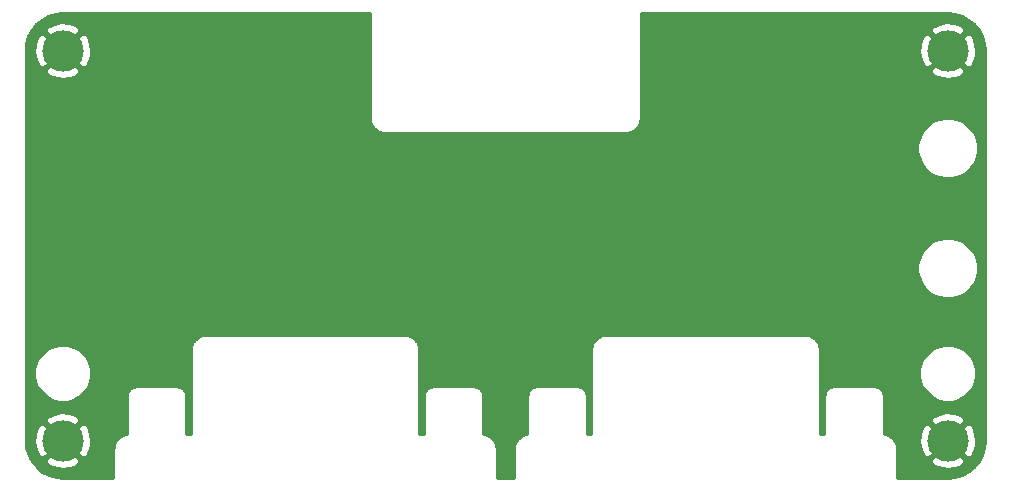
<source format=gtl>
%TF.GenerationSoftware,KiCad,Pcbnew,(5.1.8)-1*%
%TF.CreationDate,2021-03-14T22:30:27+01:00*%
%TF.ProjectId,Amiga Mouse Switch Faceplate B1,416d6967-6120-44d6-9f75-736520537769,rev?*%
%TF.SameCoordinates,Original*%
%TF.FileFunction,Copper,L1,Top*%
%TF.FilePolarity,Positive*%
%FSLAX46Y46*%
G04 Gerber Fmt 4.6, Leading zero omitted, Abs format (unit mm)*
G04 Created by KiCad (PCBNEW (5.1.8)-1) date 2021-03-14 22:30:27*
%MOMM*%
%LPD*%
G01*
G04 APERTURE LIST*
%TA.AperFunction,ComponentPad*%
%ADD10C,3.500000*%
%TD*%
%TA.AperFunction,Conductor*%
%ADD11C,0.254000*%
%TD*%
%TA.AperFunction,Conductor*%
%ADD12C,0.100000*%
%TD*%
G04 APERTURE END LIST*
D10*
%TO.P,M1,1*%
%TO.N,Net-(M1-Pad1)*%
X102235000Y-108585000D03*
%TD*%
%TO.P,M2,1*%
%TO.N,Net-(M1-Pad1)*%
X177165000Y-75565000D03*
%TD*%
%TO.P,M3,1*%
%TO.N,Net-(M1-Pad1)*%
X102235000Y-75565000D03*
%TD*%
%TO.P,M4,1*%
%TO.N,Net-(M1-Pad1)*%
X177165000Y-108585000D03*
%TD*%
D11*
%TO.N,Net-(M1-Pad1)*%
X128244513Y-72415666D02*
X128245001Y-72420310D01*
X128245000Y-81312418D01*
X128247758Y-81340419D01*
X128247731Y-81344255D01*
X128248631Y-81353426D01*
X128261586Y-81476677D01*
X128273615Y-81535274D01*
X128284822Y-81594028D01*
X128287486Y-81602850D01*
X128324133Y-81721238D01*
X128347308Y-81776368D01*
X128369722Y-81831847D01*
X128374049Y-81839983D01*
X128432992Y-81948998D01*
X128466437Y-81998582D01*
X128499197Y-82048645D01*
X128505022Y-82055786D01*
X128584018Y-82151276D01*
X128626467Y-82193430D01*
X128668315Y-82236165D01*
X128675416Y-82242039D01*
X128771455Y-82320367D01*
X128821281Y-82353472D01*
X128870638Y-82387267D01*
X128878744Y-82391650D01*
X128988167Y-82449832D01*
X129043459Y-82472621D01*
X129098455Y-82496193D01*
X129107258Y-82498918D01*
X129225899Y-82534737D01*
X129284583Y-82546357D01*
X129343094Y-82558794D01*
X129352250Y-82559756D01*
X129352255Y-82559757D01*
X129352259Y-82559757D01*
X129475597Y-82571850D01*
X129475598Y-82571850D01*
X129507581Y-82575000D01*
X149892419Y-82575000D01*
X149920419Y-82572242D01*
X149924255Y-82572269D01*
X149933426Y-82571369D01*
X150056677Y-82558414D01*
X150115274Y-82546385D01*
X150174028Y-82535178D01*
X150182850Y-82532514D01*
X150301238Y-82495867D01*
X150356368Y-82472692D01*
X150411847Y-82450278D01*
X150419983Y-82445951D01*
X150528998Y-82387008D01*
X150578582Y-82353563D01*
X150628645Y-82320803D01*
X150635786Y-82314978D01*
X150731276Y-82235982D01*
X150773430Y-82193533D01*
X150816165Y-82151685D01*
X150822039Y-82144584D01*
X150900367Y-82048545D01*
X150933472Y-81998719D01*
X150967267Y-81949362D01*
X150971650Y-81941256D01*
X151029832Y-81831833D01*
X151052621Y-81776541D01*
X151076193Y-81721545D01*
X151078918Y-81712742D01*
X151114737Y-81594101D01*
X151126359Y-81535408D01*
X151138794Y-81476906D01*
X151139756Y-81467750D01*
X151139757Y-81467745D01*
X151139757Y-81467741D01*
X151151850Y-81344403D01*
X151151850Y-81344402D01*
X151155000Y-81312419D01*
X151155000Y-77234609D01*
X175674997Y-77234609D01*
X175861073Y-77575766D01*
X176278409Y-77791513D01*
X176729815Y-77921696D01*
X177197946Y-77961313D01*
X177664811Y-77908842D01*
X178112468Y-77766297D01*
X178468927Y-77575766D01*
X178655003Y-77234609D01*
X177165000Y-75744605D01*
X175674997Y-77234609D01*
X151155000Y-77234609D01*
X151155000Y-75597946D01*
X174768687Y-75597946D01*
X174821158Y-76064811D01*
X174963703Y-76512468D01*
X175154234Y-76868927D01*
X175495391Y-77055003D01*
X176985395Y-75565000D01*
X177344605Y-75565000D01*
X178834609Y-77055003D01*
X179175766Y-76868927D01*
X179391513Y-76451591D01*
X179521696Y-76000185D01*
X179561313Y-75532054D01*
X179508842Y-75065189D01*
X179366297Y-74617532D01*
X179175766Y-74261073D01*
X178834609Y-74074997D01*
X177344605Y-75565000D01*
X176985395Y-75565000D01*
X175495391Y-74074997D01*
X175154234Y-74261073D01*
X174938487Y-74678409D01*
X174808304Y-75129815D01*
X174768687Y-75597946D01*
X151155000Y-75597946D01*
X151155000Y-73895391D01*
X175674997Y-73895391D01*
X177165000Y-75385395D01*
X178655003Y-73895391D01*
X178468927Y-73554234D01*
X178051591Y-73338487D01*
X177600185Y-73208304D01*
X177132054Y-73168687D01*
X176665189Y-73221158D01*
X176217532Y-73363703D01*
X175861073Y-73554234D01*
X175674997Y-73895391D01*
X151155000Y-73895391D01*
X151155000Y-72422275D01*
X151155666Y-72415487D01*
X151160301Y-72415000D01*
X177132721Y-72415000D01*
X177776222Y-72478096D01*
X178364164Y-72655606D01*
X178906436Y-72943937D01*
X179382364Y-73332094D01*
X179773845Y-73805314D01*
X180065951Y-74345552D01*
X180247563Y-74932244D01*
X180315000Y-75573879D01*
X180315001Y-108552711D01*
X180251904Y-109196221D01*
X180074394Y-109784164D01*
X179786063Y-110326436D01*
X179397906Y-110802364D01*
X178924686Y-111193845D01*
X178384449Y-111485950D01*
X177797756Y-111667563D01*
X177156130Y-111735000D01*
X172879275Y-111735000D01*
X172872487Y-111734335D01*
X172872000Y-111729699D01*
X172872000Y-110254609D01*
X175674997Y-110254609D01*
X175861073Y-110595766D01*
X176278409Y-110811513D01*
X176729815Y-110941696D01*
X177197946Y-110981313D01*
X177664811Y-110928842D01*
X178112468Y-110786297D01*
X178468927Y-110595766D01*
X178655003Y-110254609D01*
X177165000Y-108764605D01*
X175674997Y-110254609D01*
X172872000Y-110254609D01*
X172872000Y-109251081D01*
X172869242Y-109223081D01*
X172869269Y-109219245D01*
X172868369Y-109210074D01*
X172855414Y-109086823D01*
X172843387Y-109028233D01*
X172832178Y-108969471D01*
X172829514Y-108960649D01*
X172792867Y-108842262D01*
X172769692Y-108787132D01*
X172747278Y-108731653D01*
X172742951Y-108723517D01*
X172685870Y-108617946D01*
X174768687Y-108617946D01*
X174821158Y-109084811D01*
X174963703Y-109532468D01*
X175154234Y-109888927D01*
X175495391Y-110075003D01*
X176985395Y-108585000D01*
X177344605Y-108585000D01*
X178834609Y-110075003D01*
X179175766Y-109888927D01*
X179391513Y-109471591D01*
X179521696Y-109020185D01*
X179561313Y-108552054D01*
X179508842Y-108085189D01*
X179366297Y-107637532D01*
X179175766Y-107281073D01*
X178834609Y-107094997D01*
X177344605Y-108585000D01*
X176985395Y-108585000D01*
X175495391Y-107094997D01*
X175154234Y-107281073D01*
X174938487Y-107698409D01*
X174808304Y-108149815D01*
X174768687Y-108617946D01*
X172685870Y-108617946D01*
X172684007Y-108614502D01*
X172650565Y-108564922D01*
X172617803Y-108514855D01*
X172611978Y-108507714D01*
X172532982Y-108412224D01*
X172490566Y-108370103D01*
X172448684Y-108327334D01*
X172441584Y-108321461D01*
X172345545Y-108243133D01*
X172295703Y-108210018D01*
X172246362Y-108176233D01*
X172238256Y-108171850D01*
X172128832Y-108113668D01*
X172073554Y-108090884D01*
X172018545Y-108067307D01*
X172009741Y-108064582D01*
X171891101Y-108028762D01*
X171832372Y-108017133D01*
X171773905Y-108004706D01*
X171764747Y-108003744D01*
X171764744Y-108003743D01*
X171764741Y-108003743D01*
X171729000Y-108000239D01*
X171729000Y-106915391D01*
X175674997Y-106915391D01*
X177165000Y-108405395D01*
X178655003Y-106915391D01*
X178468927Y-106574234D01*
X178051591Y-106358487D01*
X177600185Y-106228304D01*
X177132054Y-106188687D01*
X176665189Y-106241158D01*
X176217532Y-106383703D01*
X175861073Y-106574234D01*
X175674997Y-106915391D01*
X171729000Y-106915391D01*
X171729000Y-104742581D01*
X171726277Y-104714929D01*
X171726281Y-104714291D01*
X171725381Y-104705120D01*
X171724261Y-104694460D01*
X171719450Y-104645617D01*
X171708244Y-104608678D01*
X171699555Y-104563123D01*
X171696892Y-104554302D01*
X171689563Y-104530625D01*
X171666384Y-104475484D01*
X171643970Y-104420007D01*
X171639643Y-104411871D01*
X171627854Y-104390068D01*
X171594413Y-104340490D01*
X171561654Y-104290428D01*
X171555830Y-104283287D01*
X171540031Y-104264189D01*
X171497602Y-104222055D01*
X171455735Y-104179300D01*
X171448634Y-104173426D01*
X171429426Y-104157760D01*
X171379609Y-104124661D01*
X171330229Y-104090851D01*
X171322123Y-104086468D01*
X171300238Y-104074833D01*
X171244960Y-104052050D01*
X171189963Y-104028478D01*
X171181159Y-104025753D01*
X171157431Y-104018589D01*
X171109360Y-104009070D01*
X171071383Y-103997550D01*
X171032683Y-103993738D01*
X171031080Y-103993570D01*
X171031075Y-103993569D01*
X171031070Y-103993569D01*
X171006412Y-103991151D01*
X170974419Y-103988000D01*
X167480581Y-103988000D01*
X167452929Y-103990723D01*
X167452291Y-103990719D01*
X167443120Y-103991619D01*
X167432460Y-103992739D01*
X167383617Y-103997550D01*
X167346678Y-104008756D01*
X167301123Y-104017445D01*
X167292302Y-104020108D01*
X167268625Y-104027437D01*
X167213484Y-104050616D01*
X167158007Y-104073030D01*
X167149871Y-104077357D01*
X167128068Y-104089146D01*
X167078490Y-104122587D01*
X167028428Y-104155346D01*
X167021287Y-104161170D01*
X167002189Y-104176969D01*
X166960055Y-104219398D01*
X166917300Y-104261265D01*
X166911426Y-104268366D01*
X166895760Y-104287574D01*
X166862661Y-104337391D01*
X166828851Y-104386771D01*
X166824468Y-104394877D01*
X166812833Y-104416762D01*
X166790050Y-104472040D01*
X166766478Y-104527037D01*
X166763753Y-104535841D01*
X166756589Y-104559569D01*
X166747070Y-104607643D01*
X166735550Y-104645618D01*
X166731740Y-104684302D01*
X166731570Y-104685920D01*
X166731569Y-104685925D01*
X166731569Y-104685930D01*
X166729186Y-104710234D01*
X166726000Y-104742582D01*
X166726001Y-107988500D01*
X166338775Y-107988500D01*
X166331987Y-107987835D01*
X166331500Y-107983199D01*
X166331500Y-102631720D01*
X174745706Y-102631720D01*
X174745706Y-103108280D01*
X174838678Y-103575682D01*
X175021049Y-104015965D01*
X175285812Y-104412210D01*
X175622790Y-104749188D01*
X176019035Y-105013951D01*
X176459318Y-105196322D01*
X176926720Y-105289294D01*
X177403280Y-105289294D01*
X177870682Y-105196322D01*
X178310965Y-105013951D01*
X178707210Y-104749188D01*
X179044188Y-104412210D01*
X179308951Y-104015965D01*
X179491322Y-103575682D01*
X179584294Y-103108280D01*
X179584294Y-102631720D01*
X179491322Y-102164318D01*
X179308951Y-101724035D01*
X179044188Y-101327790D01*
X178707210Y-100990812D01*
X178310965Y-100726049D01*
X177870682Y-100543678D01*
X177403280Y-100450706D01*
X176926720Y-100450706D01*
X176459318Y-100543678D01*
X176019035Y-100726049D01*
X175622790Y-100990812D01*
X175285812Y-101327790D01*
X175021049Y-101724035D01*
X174838678Y-102164318D01*
X174745706Y-102631720D01*
X166331500Y-102631720D01*
X166331500Y-100869081D01*
X166328742Y-100841081D01*
X166328769Y-100837245D01*
X166327869Y-100828074D01*
X166314914Y-100704823D01*
X166302887Y-100646233D01*
X166291678Y-100587471D01*
X166289014Y-100578649D01*
X166252367Y-100460262D01*
X166229192Y-100405132D01*
X166206778Y-100349653D01*
X166202451Y-100341517D01*
X166143507Y-100232502D01*
X166110065Y-100182922D01*
X166077303Y-100132855D01*
X166071478Y-100125714D01*
X165992482Y-100030224D01*
X165950066Y-99988103D01*
X165908184Y-99945334D01*
X165901084Y-99939461D01*
X165805045Y-99861133D01*
X165755203Y-99828018D01*
X165705862Y-99794233D01*
X165697756Y-99789850D01*
X165588332Y-99731668D01*
X165533054Y-99708884D01*
X165478045Y-99685307D01*
X165469241Y-99682582D01*
X165350601Y-99646762D01*
X165291872Y-99635133D01*
X165233405Y-99622706D01*
X165224247Y-99621744D01*
X165224244Y-99621743D01*
X165224241Y-99621743D01*
X165100902Y-99609650D01*
X165068919Y-99606500D01*
X148240081Y-99606500D01*
X148212081Y-99609258D01*
X148208245Y-99609231D01*
X148199074Y-99610131D01*
X148075823Y-99623086D01*
X148017233Y-99635113D01*
X147958471Y-99646322D01*
X147949649Y-99648986D01*
X147831262Y-99685633D01*
X147776132Y-99708808D01*
X147720653Y-99731222D01*
X147712517Y-99735549D01*
X147603502Y-99794493D01*
X147553922Y-99827935D01*
X147503855Y-99860697D01*
X147496714Y-99866522D01*
X147401224Y-99945518D01*
X147359103Y-99987934D01*
X147316334Y-100029816D01*
X147310461Y-100036916D01*
X147232133Y-100132955D01*
X147199018Y-100182797D01*
X147165233Y-100232138D01*
X147160850Y-100240244D01*
X147102668Y-100349668D01*
X147079884Y-100404946D01*
X147056307Y-100459955D01*
X147053582Y-100468759D01*
X147017762Y-100587399D01*
X147006141Y-100646092D01*
X146993706Y-100704595D01*
X146992744Y-100713753D01*
X146992744Y-100713754D01*
X146992743Y-100713759D01*
X146980650Y-100837098D01*
X146977500Y-100869082D01*
X146977501Y-107981215D01*
X146976835Y-107988013D01*
X146972199Y-107988500D01*
X146583000Y-107988500D01*
X146583000Y-104742581D01*
X146580277Y-104714929D01*
X146580281Y-104714291D01*
X146579381Y-104705120D01*
X146578261Y-104694460D01*
X146573450Y-104645617D01*
X146562244Y-104608678D01*
X146553555Y-104563123D01*
X146550892Y-104554302D01*
X146543563Y-104530625D01*
X146520384Y-104475484D01*
X146497970Y-104420007D01*
X146493643Y-104411871D01*
X146481854Y-104390068D01*
X146448413Y-104340490D01*
X146415654Y-104290428D01*
X146409830Y-104283287D01*
X146394031Y-104264189D01*
X146351602Y-104222055D01*
X146309735Y-104179300D01*
X146302634Y-104173426D01*
X146283426Y-104157760D01*
X146233609Y-104124661D01*
X146184229Y-104090851D01*
X146176123Y-104086468D01*
X146154238Y-104074833D01*
X146098960Y-104052050D01*
X146043963Y-104028478D01*
X146035159Y-104025753D01*
X146011431Y-104018589D01*
X145963360Y-104009070D01*
X145925383Y-103997550D01*
X145886683Y-103993738D01*
X145885080Y-103993570D01*
X145885075Y-103993569D01*
X145885070Y-103993569D01*
X145860412Y-103991151D01*
X145828419Y-103988000D01*
X142334581Y-103988000D01*
X142306929Y-103990723D01*
X142306291Y-103990719D01*
X142297120Y-103991619D01*
X142286460Y-103992739D01*
X142237617Y-103997550D01*
X142200678Y-104008756D01*
X142155123Y-104017445D01*
X142146302Y-104020108D01*
X142122625Y-104027437D01*
X142067484Y-104050616D01*
X142012007Y-104073030D01*
X142003871Y-104077357D01*
X141982068Y-104089146D01*
X141932490Y-104122587D01*
X141882428Y-104155346D01*
X141875287Y-104161170D01*
X141856189Y-104176969D01*
X141814055Y-104219398D01*
X141771300Y-104261265D01*
X141765426Y-104268366D01*
X141749760Y-104287574D01*
X141716661Y-104337391D01*
X141682851Y-104386771D01*
X141678468Y-104394877D01*
X141666833Y-104416762D01*
X141644050Y-104472040D01*
X141620478Y-104527037D01*
X141617753Y-104535841D01*
X141610589Y-104559569D01*
X141601070Y-104607643D01*
X141589550Y-104645618D01*
X141585740Y-104684302D01*
X141585570Y-104685920D01*
X141585569Y-104685925D01*
X141585569Y-104685930D01*
X141583186Y-104710234D01*
X141580000Y-104742582D01*
X141580001Y-108000390D01*
X141535323Y-108005086D01*
X141476733Y-108017113D01*
X141417971Y-108028322D01*
X141409149Y-108030986D01*
X141290762Y-108067633D01*
X141235632Y-108090808D01*
X141180153Y-108113222D01*
X141172017Y-108117549D01*
X141063002Y-108176493D01*
X141013422Y-108209935D01*
X140963355Y-108242697D01*
X140956214Y-108248522D01*
X140860724Y-108327518D01*
X140818603Y-108369934D01*
X140775834Y-108411816D01*
X140769961Y-108418916D01*
X140691633Y-108514955D01*
X140658518Y-108564797D01*
X140624733Y-108614138D01*
X140620350Y-108622244D01*
X140562168Y-108731668D01*
X140539390Y-108786932D01*
X140515807Y-108841955D01*
X140513082Y-108850759D01*
X140477262Y-108969399D01*
X140465641Y-109028092D01*
X140453206Y-109086595D01*
X140452244Y-109095753D01*
X140452244Y-109095754D01*
X140452243Y-109095759D01*
X140440150Y-109219098D01*
X140437000Y-109251082D01*
X140437001Y-111727716D01*
X140436335Y-111734513D01*
X140431699Y-111735000D01*
X138970275Y-111735000D01*
X138963487Y-111734335D01*
X138963000Y-111729699D01*
X138963000Y-109251081D01*
X138960242Y-109223081D01*
X138960269Y-109219245D01*
X138959369Y-109210074D01*
X138946414Y-109086823D01*
X138934387Y-109028233D01*
X138923178Y-108969471D01*
X138920514Y-108960649D01*
X138883867Y-108842262D01*
X138860692Y-108787132D01*
X138838278Y-108731653D01*
X138833951Y-108723517D01*
X138775007Y-108614502D01*
X138741565Y-108564922D01*
X138708803Y-108514855D01*
X138702978Y-108507714D01*
X138623982Y-108412224D01*
X138581566Y-108370103D01*
X138539684Y-108327334D01*
X138532584Y-108321461D01*
X138436545Y-108243133D01*
X138386703Y-108210018D01*
X138337362Y-108176233D01*
X138329256Y-108171850D01*
X138219832Y-108113668D01*
X138164554Y-108090884D01*
X138109545Y-108067307D01*
X138100741Y-108064582D01*
X137982101Y-108028762D01*
X137923372Y-108017133D01*
X137864905Y-108004706D01*
X137855747Y-108003744D01*
X137855744Y-108003743D01*
X137855741Y-108003743D01*
X137820000Y-108000239D01*
X137820000Y-104742581D01*
X137817277Y-104714929D01*
X137817281Y-104714291D01*
X137816381Y-104705120D01*
X137815261Y-104694460D01*
X137810450Y-104645617D01*
X137799244Y-104608678D01*
X137790555Y-104563123D01*
X137787892Y-104554302D01*
X137780563Y-104530625D01*
X137757384Y-104475484D01*
X137734970Y-104420007D01*
X137730643Y-104411871D01*
X137718854Y-104390068D01*
X137685413Y-104340490D01*
X137652654Y-104290428D01*
X137646830Y-104283287D01*
X137631031Y-104264189D01*
X137588602Y-104222055D01*
X137546735Y-104179300D01*
X137539634Y-104173426D01*
X137520426Y-104157760D01*
X137470609Y-104124661D01*
X137421229Y-104090851D01*
X137413123Y-104086468D01*
X137391238Y-104074833D01*
X137335960Y-104052050D01*
X137280963Y-104028478D01*
X137272159Y-104025753D01*
X137248431Y-104018589D01*
X137200360Y-104009070D01*
X137162383Y-103997550D01*
X137123683Y-103993738D01*
X137122080Y-103993570D01*
X137122075Y-103993569D01*
X137122070Y-103993569D01*
X137097412Y-103991151D01*
X137065419Y-103988000D01*
X133571581Y-103988000D01*
X133543929Y-103990723D01*
X133543291Y-103990719D01*
X133534120Y-103991619D01*
X133523460Y-103992739D01*
X133474617Y-103997550D01*
X133437678Y-104008756D01*
X133392123Y-104017445D01*
X133383302Y-104020108D01*
X133359625Y-104027437D01*
X133304484Y-104050616D01*
X133249007Y-104073030D01*
X133240871Y-104077357D01*
X133219068Y-104089146D01*
X133169490Y-104122587D01*
X133119428Y-104155346D01*
X133112287Y-104161170D01*
X133093189Y-104176969D01*
X133051055Y-104219398D01*
X133008300Y-104261265D01*
X133002426Y-104268366D01*
X132986760Y-104287574D01*
X132953661Y-104337391D01*
X132919851Y-104386771D01*
X132915468Y-104394877D01*
X132903833Y-104416762D01*
X132881050Y-104472040D01*
X132857478Y-104527037D01*
X132854753Y-104535841D01*
X132847589Y-104559569D01*
X132838070Y-104607643D01*
X132826550Y-104645618D01*
X132822740Y-104684302D01*
X132822570Y-104685920D01*
X132822569Y-104685925D01*
X132822569Y-104685930D01*
X132820186Y-104710234D01*
X132817000Y-104742582D01*
X132817001Y-107988500D01*
X132429775Y-107988500D01*
X132422987Y-107987835D01*
X132422500Y-107983199D01*
X132422500Y-100869081D01*
X132419742Y-100841081D01*
X132419769Y-100837245D01*
X132418869Y-100828074D01*
X132405914Y-100704823D01*
X132393887Y-100646233D01*
X132382678Y-100587471D01*
X132380014Y-100578649D01*
X132343367Y-100460262D01*
X132320192Y-100405132D01*
X132297778Y-100349653D01*
X132293451Y-100341517D01*
X132234507Y-100232502D01*
X132201065Y-100182922D01*
X132168303Y-100132855D01*
X132162478Y-100125714D01*
X132083482Y-100030224D01*
X132041066Y-99988103D01*
X131999184Y-99945334D01*
X131992084Y-99939461D01*
X131896045Y-99861133D01*
X131846203Y-99828018D01*
X131796862Y-99794233D01*
X131788756Y-99789850D01*
X131679332Y-99731668D01*
X131624054Y-99708884D01*
X131569045Y-99685307D01*
X131560241Y-99682582D01*
X131441601Y-99646762D01*
X131382872Y-99635133D01*
X131324405Y-99622706D01*
X131315247Y-99621744D01*
X131315244Y-99621743D01*
X131315241Y-99621743D01*
X131191902Y-99609650D01*
X131159919Y-99606500D01*
X114331081Y-99606500D01*
X114303081Y-99609258D01*
X114299245Y-99609231D01*
X114290074Y-99610131D01*
X114166823Y-99623086D01*
X114108233Y-99635113D01*
X114049471Y-99646322D01*
X114040649Y-99648986D01*
X113922262Y-99685633D01*
X113867132Y-99708808D01*
X113811653Y-99731222D01*
X113803517Y-99735549D01*
X113694502Y-99794493D01*
X113644922Y-99827935D01*
X113594855Y-99860697D01*
X113587714Y-99866522D01*
X113492224Y-99945518D01*
X113450103Y-99987934D01*
X113407334Y-100029816D01*
X113401461Y-100036916D01*
X113323133Y-100132955D01*
X113290018Y-100182797D01*
X113256233Y-100232138D01*
X113251850Y-100240244D01*
X113193668Y-100349668D01*
X113170884Y-100404946D01*
X113147307Y-100459955D01*
X113144582Y-100468759D01*
X113108762Y-100587399D01*
X113097141Y-100646092D01*
X113084706Y-100704595D01*
X113083744Y-100713753D01*
X113083744Y-100713754D01*
X113083743Y-100713759D01*
X113071650Y-100837098D01*
X113068500Y-100869082D01*
X113068501Y-107981215D01*
X113067835Y-107988013D01*
X113063199Y-107988500D01*
X112674000Y-107988500D01*
X112674000Y-104742581D01*
X112671277Y-104714929D01*
X112671281Y-104714291D01*
X112670381Y-104705120D01*
X112669261Y-104694460D01*
X112664450Y-104645617D01*
X112653244Y-104608678D01*
X112644555Y-104563123D01*
X112641892Y-104554302D01*
X112634563Y-104530625D01*
X112611384Y-104475484D01*
X112588970Y-104420007D01*
X112584643Y-104411871D01*
X112572854Y-104390068D01*
X112539413Y-104340490D01*
X112506654Y-104290428D01*
X112500830Y-104283287D01*
X112485031Y-104264189D01*
X112442602Y-104222055D01*
X112400735Y-104179300D01*
X112393634Y-104173426D01*
X112374426Y-104157760D01*
X112324609Y-104124661D01*
X112275229Y-104090851D01*
X112267123Y-104086468D01*
X112245238Y-104074833D01*
X112189960Y-104052050D01*
X112134963Y-104028478D01*
X112126159Y-104025753D01*
X112102431Y-104018589D01*
X112054360Y-104009070D01*
X112016383Y-103997550D01*
X111977683Y-103993738D01*
X111976080Y-103993570D01*
X111976075Y-103993569D01*
X111976070Y-103993569D01*
X111951412Y-103991151D01*
X111919419Y-103988000D01*
X108425581Y-103988000D01*
X108397929Y-103990723D01*
X108397291Y-103990719D01*
X108388120Y-103991619D01*
X108377460Y-103992739D01*
X108328617Y-103997550D01*
X108291678Y-104008756D01*
X108246123Y-104017445D01*
X108237302Y-104020108D01*
X108213625Y-104027437D01*
X108158484Y-104050616D01*
X108103007Y-104073030D01*
X108094871Y-104077357D01*
X108073068Y-104089146D01*
X108023490Y-104122587D01*
X107973428Y-104155346D01*
X107966287Y-104161170D01*
X107947189Y-104176969D01*
X107905055Y-104219398D01*
X107862300Y-104261265D01*
X107856426Y-104268366D01*
X107840760Y-104287574D01*
X107807661Y-104337391D01*
X107773851Y-104386771D01*
X107769468Y-104394877D01*
X107757833Y-104416762D01*
X107735050Y-104472040D01*
X107711478Y-104527037D01*
X107708753Y-104535841D01*
X107701589Y-104559569D01*
X107692070Y-104607643D01*
X107680550Y-104645618D01*
X107676740Y-104684302D01*
X107676570Y-104685920D01*
X107676569Y-104685925D01*
X107676569Y-104685930D01*
X107674186Y-104710234D01*
X107671000Y-104742582D01*
X107671001Y-108000390D01*
X107626323Y-108005086D01*
X107567733Y-108017113D01*
X107508971Y-108028322D01*
X107500149Y-108030986D01*
X107381762Y-108067633D01*
X107326632Y-108090808D01*
X107271153Y-108113222D01*
X107263017Y-108117549D01*
X107154002Y-108176493D01*
X107104422Y-108209935D01*
X107054355Y-108242697D01*
X107047214Y-108248522D01*
X106951724Y-108327518D01*
X106909603Y-108369934D01*
X106866834Y-108411816D01*
X106860961Y-108418916D01*
X106782633Y-108514955D01*
X106749518Y-108564797D01*
X106715733Y-108614138D01*
X106711350Y-108622244D01*
X106653168Y-108731668D01*
X106630390Y-108786932D01*
X106606807Y-108841955D01*
X106604082Y-108850759D01*
X106568262Y-108969399D01*
X106556641Y-109028092D01*
X106544206Y-109086595D01*
X106543244Y-109095753D01*
X106543244Y-109095754D01*
X106543243Y-109095759D01*
X106531150Y-109219098D01*
X106528000Y-109251082D01*
X106528001Y-111727716D01*
X106527335Y-111734513D01*
X106522699Y-111735000D01*
X102267279Y-111735000D01*
X101623779Y-111671904D01*
X101035836Y-111494394D01*
X100493564Y-111206063D01*
X100017636Y-110817906D01*
X99626155Y-110344686D01*
X99577451Y-110254609D01*
X100744997Y-110254609D01*
X100931073Y-110595766D01*
X101348409Y-110811513D01*
X101799815Y-110941696D01*
X102267946Y-110981313D01*
X102734811Y-110928842D01*
X103182468Y-110786297D01*
X103538927Y-110595766D01*
X103725003Y-110254609D01*
X102235000Y-108764605D01*
X100744997Y-110254609D01*
X99577451Y-110254609D01*
X99334050Y-109804449D01*
X99152437Y-109217756D01*
X99089395Y-108617946D01*
X99838687Y-108617946D01*
X99891158Y-109084811D01*
X100033703Y-109532468D01*
X100224234Y-109888927D01*
X100565391Y-110075003D01*
X102055395Y-108585000D01*
X102414605Y-108585000D01*
X103904609Y-110075003D01*
X104245766Y-109888927D01*
X104461513Y-109471591D01*
X104591696Y-109020185D01*
X104631313Y-108552054D01*
X104578842Y-108085189D01*
X104436297Y-107637532D01*
X104245766Y-107281073D01*
X103904609Y-107094997D01*
X102414605Y-108585000D01*
X102055395Y-108585000D01*
X100565391Y-107094997D01*
X100224234Y-107281073D01*
X100008487Y-107698409D01*
X99878304Y-108149815D01*
X99838687Y-108617946D01*
X99089395Y-108617946D01*
X99085000Y-108576130D01*
X99085000Y-106915391D01*
X100744997Y-106915391D01*
X102235000Y-108405395D01*
X103725003Y-106915391D01*
X103538927Y-106574234D01*
X103121591Y-106358487D01*
X102670185Y-106228304D01*
X102202054Y-106188687D01*
X101735189Y-106241158D01*
X101287532Y-106383703D01*
X100931073Y-106574234D01*
X100744997Y-106915391D01*
X99085000Y-106915391D01*
X99085000Y-102631720D01*
X99815706Y-102631720D01*
X99815706Y-103108280D01*
X99908678Y-103575682D01*
X100091049Y-104015965D01*
X100355812Y-104412210D01*
X100692790Y-104749188D01*
X101089035Y-105013951D01*
X101529318Y-105196322D01*
X101996720Y-105289294D01*
X102473280Y-105289294D01*
X102940682Y-105196322D01*
X103380965Y-105013951D01*
X103777210Y-104749188D01*
X104114188Y-104412210D01*
X104378951Y-104015965D01*
X104561322Y-103575682D01*
X104654294Y-103108280D01*
X104654294Y-102631720D01*
X104561322Y-102164318D01*
X104378951Y-101724035D01*
X104114188Y-101327790D01*
X103777210Y-100990812D01*
X103380965Y-100726049D01*
X102940682Y-100543678D01*
X102473280Y-100450706D01*
X101996720Y-100450706D01*
X101529318Y-100543678D01*
X101089035Y-100726049D01*
X100692790Y-100990812D01*
X100355812Y-101327790D01*
X100091049Y-101724035D01*
X99908678Y-102164318D01*
X99815706Y-102631720D01*
X99085000Y-102631720D01*
X99085000Y-93727116D01*
X174597423Y-93727116D01*
X174597423Y-94232884D01*
X174696094Y-94728934D01*
X174889643Y-95196204D01*
X175170633Y-95616735D01*
X175528265Y-95974367D01*
X175948796Y-96255357D01*
X176416066Y-96448906D01*
X176912116Y-96547577D01*
X177417884Y-96547577D01*
X177913934Y-96448906D01*
X178381204Y-96255357D01*
X178801735Y-95974367D01*
X179159367Y-95616735D01*
X179440357Y-95196204D01*
X179633906Y-94728934D01*
X179732577Y-94232884D01*
X179732577Y-93727116D01*
X179633906Y-93231066D01*
X179440357Y-92763796D01*
X179159367Y-92343265D01*
X178801735Y-91985633D01*
X178381204Y-91704643D01*
X177913934Y-91511094D01*
X177417884Y-91412423D01*
X176912116Y-91412423D01*
X176416066Y-91511094D01*
X175948796Y-91704643D01*
X175528265Y-91985633D01*
X175170633Y-92343265D01*
X174889643Y-92763796D01*
X174696094Y-93231066D01*
X174597423Y-93727116D01*
X99085000Y-93727116D01*
X99085000Y-83567116D01*
X174597423Y-83567116D01*
X174597423Y-84072884D01*
X174696094Y-84568934D01*
X174889643Y-85036204D01*
X175170633Y-85456735D01*
X175528265Y-85814367D01*
X175948796Y-86095357D01*
X176416066Y-86288906D01*
X176912116Y-86387577D01*
X177417884Y-86387577D01*
X177913934Y-86288906D01*
X178381204Y-86095357D01*
X178801735Y-85814367D01*
X179159367Y-85456735D01*
X179440357Y-85036204D01*
X179633906Y-84568934D01*
X179732577Y-84072884D01*
X179732577Y-83567116D01*
X179633906Y-83071066D01*
X179440357Y-82603796D01*
X179159367Y-82183265D01*
X178801735Y-81825633D01*
X178381204Y-81544643D01*
X177913934Y-81351094D01*
X177417884Y-81252423D01*
X176912116Y-81252423D01*
X176416066Y-81351094D01*
X175948796Y-81544643D01*
X175528265Y-81825633D01*
X175170633Y-82183265D01*
X174889643Y-82603796D01*
X174696094Y-83071066D01*
X174597423Y-83567116D01*
X99085000Y-83567116D01*
X99085000Y-77234609D01*
X100744997Y-77234609D01*
X100931073Y-77575766D01*
X101348409Y-77791513D01*
X101799815Y-77921696D01*
X102267946Y-77961313D01*
X102734811Y-77908842D01*
X103182468Y-77766297D01*
X103538927Y-77575766D01*
X103725003Y-77234609D01*
X102235000Y-75744605D01*
X100744997Y-77234609D01*
X99085000Y-77234609D01*
X99085000Y-75597946D01*
X99838687Y-75597946D01*
X99891158Y-76064811D01*
X100033703Y-76512468D01*
X100224234Y-76868927D01*
X100565391Y-77055003D01*
X102055395Y-75565000D01*
X102414605Y-75565000D01*
X103904609Y-77055003D01*
X104245766Y-76868927D01*
X104461513Y-76451591D01*
X104591696Y-76000185D01*
X104631313Y-75532054D01*
X104578842Y-75065189D01*
X104436297Y-74617532D01*
X104245766Y-74261073D01*
X103904609Y-74074997D01*
X102414605Y-75565000D01*
X102055395Y-75565000D01*
X100565391Y-74074997D01*
X100224234Y-74261073D01*
X100008487Y-74678409D01*
X99878304Y-75129815D01*
X99838687Y-75597946D01*
X99085000Y-75597946D01*
X99085000Y-75597279D01*
X99148096Y-74953778D01*
X99325606Y-74365836D01*
X99575745Y-73895391D01*
X100744997Y-73895391D01*
X102235000Y-75385395D01*
X103725003Y-73895391D01*
X103538927Y-73554234D01*
X103121591Y-73338487D01*
X102670185Y-73208304D01*
X102202054Y-73168687D01*
X101735189Y-73221158D01*
X101287532Y-73363703D01*
X100931073Y-73554234D01*
X100744997Y-73895391D01*
X99575745Y-73895391D01*
X99613937Y-73823564D01*
X100002094Y-73347636D01*
X100475314Y-72956155D01*
X101015552Y-72664049D01*
X101602244Y-72482437D01*
X102243879Y-72415000D01*
X128237725Y-72415000D01*
X128244513Y-72415666D01*
%TA.AperFunction,Conductor*%
D12*
G36*
X128244513Y-72415666D02*
G01*
X128245001Y-72420310D01*
X128245000Y-81312418D01*
X128247758Y-81340419D01*
X128247731Y-81344255D01*
X128248631Y-81353426D01*
X128261586Y-81476677D01*
X128273615Y-81535274D01*
X128284822Y-81594028D01*
X128287486Y-81602850D01*
X128324133Y-81721238D01*
X128347308Y-81776368D01*
X128369722Y-81831847D01*
X128374049Y-81839983D01*
X128432992Y-81948998D01*
X128466437Y-81998582D01*
X128499197Y-82048645D01*
X128505022Y-82055786D01*
X128584018Y-82151276D01*
X128626467Y-82193430D01*
X128668315Y-82236165D01*
X128675416Y-82242039D01*
X128771455Y-82320367D01*
X128821281Y-82353472D01*
X128870638Y-82387267D01*
X128878744Y-82391650D01*
X128988167Y-82449832D01*
X129043459Y-82472621D01*
X129098455Y-82496193D01*
X129107258Y-82498918D01*
X129225899Y-82534737D01*
X129284583Y-82546357D01*
X129343094Y-82558794D01*
X129352250Y-82559756D01*
X129352255Y-82559757D01*
X129352259Y-82559757D01*
X129475597Y-82571850D01*
X129475598Y-82571850D01*
X129507581Y-82575000D01*
X149892419Y-82575000D01*
X149920419Y-82572242D01*
X149924255Y-82572269D01*
X149933426Y-82571369D01*
X150056677Y-82558414D01*
X150115274Y-82546385D01*
X150174028Y-82535178D01*
X150182850Y-82532514D01*
X150301238Y-82495867D01*
X150356368Y-82472692D01*
X150411847Y-82450278D01*
X150419983Y-82445951D01*
X150528998Y-82387008D01*
X150578582Y-82353563D01*
X150628645Y-82320803D01*
X150635786Y-82314978D01*
X150731276Y-82235982D01*
X150773430Y-82193533D01*
X150816165Y-82151685D01*
X150822039Y-82144584D01*
X150900367Y-82048545D01*
X150933472Y-81998719D01*
X150967267Y-81949362D01*
X150971650Y-81941256D01*
X151029832Y-81831833D01*
X151052621Y-81776541D01*
X151076193Y-81721545D01*
X151078918Y-81712742D01*
X151114737Y-81594101D01*
X151126359Y-81535408D01*
X151138794Y-81476906D01*
X151139756Y-81467750D01*
X151139757Y-81467745D01*
X151139757Y-81467741D01*
X151151850Y-81344403D01*
X151151850Y-81344402D01*
X151155000Y-81312419D01*
X151155000Y-77234609D01*
X175674997Y-77234609D01*
X175861073Y-77575766D01*
X176278409Y-77791513D01*
X176729815Y-77921696D01*
X177197946Y-77961313D01*
X177664811Y-77908842D01*
X178112468Y-77766297D01*
X178468927Y-77575766D01*
X178655003Y-77234609D01*
X177165000Y-75744605D01*
X175674997Y-77234609D01*
X151155000Y-77234609D01*
X151155000Y-75597946D01*
X174768687Y-75597946D01*
X174821158Y-76064811D01*
X174963703Y-76512468D01*
X175154234Y-76868927D01*
X175495391Y-77055003D01*
X176985395Y-75565000D01*
X177344605Y-75565000D01*
X178834609Y-77055003D01*
X179175766Y-76868927D01*
X179391513Y-76451591D01*
X179521696Y-76000185D01*
X179561313Y-75532054D01*
X179508842Y-75065189D01*
X179366297Y-74617532D01*
X179175766Y-74261073D01*
X178834609Y-74074997D01*
X177344605Y-75565000D01*
X176985395Y-75565000D01*
X175495391Y-74074997D01*
X175154234Y-74261073D01*
X174938487Y-74678409D01*
X174808304Y-75129815D01*
X174768687Y-75597946D01*
X151155000Y-75597946D01*
X151155000Y-73895391D01*
X175674997Y-73895391D01*
X177165000Y-75385395D01*
X178655003Y-73895391D01*
X178468927Y-73554234D01*
X178051591Y-73338487D01*
X177600185Y-73208304D01*
X177132054Y-73168687D01*
X176665189Y-73221158D01*
X176217532Y-73363703D01*
X175861073Y-73554234D01*
X175674997Y-73895391D01*
X151155000Y-73895391D01*
X151155000Y-72422275D01*
X151155666Y-72415487D01*
X151160301Y-72415000D01*
X177132721Y-72415000D01*
X177776222Y-72478096D01*
X178364164Y-72655606D01*
X178906436Y-72943937D01*
X179382364Y-73332094D01*
X179773845Y-73805314D01*
X180065951Y-74345552D01*
X180247563Y-74932244D01*
X180315000Y-75573879D01*
X180315001Y-108552711D01*
X180251904Y-109196221D01*
X180074394Y-109784164D01*
X179786063Y-110326436D01*
X179397906Y-110802364D01*
X178924686Y-111193845D01*
X178384449Y-111485950D01*
X177797756Y-111667563D01*
X177156130Y-111735000D01*
X172879275Y-111735000D01*
X172872487Y-111734335D01*
X172872000Y-111729699D01*
X172872000Y-110254609D01*
X175674997Y-110254609D01*
X175861073Y-110595766D01*
X176278409Y-110811513D01*
X176729815Y-110941696D01*
X177197946Y-110981313D01*
X177664811Y-110928842D01*
X178112468Y-110786297D01*
X178468927Y-110595766D01*
X178655003Y-110254609D01*
X177165000Y-108764605D01*
X175674997Y-110254609D01*
X172872000Y-110254609D01*
X172872000Y-109251081D01*
X172869242Y-109223081D01*
X172869269Y-109219245D01*
X172868369Y-109210074D01*
X172855414Y-109086823D01*
X172843387Y-109028233D01*
X172832178Y-108969471D01*
X172829514Y-108960649D01*
X172792867Y-108842262D01*
X172769692Y-108787132D01*
X172747278Y-108731653D01*
X172742951Y-108723517D01*
X172685870Y-108617946D01*
X174768687Y-108617946D01*
X174821158Y-109084811D01*
X174963703Y-109532468D01*
X175154234Y-109888927D01*
X175495391Y-110075003D01*
X176985395Y-108585000D01*
X177344605Y-108585000D01*
X178834609Y-110075003D01*
X179175766Y-109888927D01*
X179391513Y-109471591D01*
X179521696Y-109020185D01*
X179561313Y-108552054D01*
X179508842Y-108085189D01*
X179366297Y-107637532D01*
X179175766Y-107281073D01*
X178834609Y-107094997D01*
X177344605Y-108585000D01*
X176985395Y-108585000D01*
X175495391Y-107094997D01*
X175154234Y-107281073D01*
X174938487Y-107698409D01*
X174808304Y-108149815D01*
X174768687Y-108617946D01*
X172685870Y-108617946D01*
X172684007Y-108614502D01*
X172650565Y-108564922D01*
X172617803Y-108514855D01*
X172611978Y-108507714D01*
X172532982Y-108412224D01*
X172490566Y-108370103D01*
X172448684Y-108327334D01*
X172441584Y-108321461D01*
X172345545Y-108243133D01*
X172295703Y-108210018D01*
X172246362Y-108176233D01*
X172238256Y-108171850D01*
X172128832Y-108113668D01*
X172073554Y-108090884D01*
X172018545Y-108067307D01*
X172009741Y-108064582D01*
X171891101Y-108028762D01*
X171832372Y-108017133D01*
X171773905Y-108004706D01*
X171764747Y-108003744D01*
X171764744Y-108003743D01*
X171764741Y-108003743D01*
X171729000Y-108000239D01*
X171729000Y-106915391D01*
X175674997Y-106915391D01*
X177165000Y-108405395D01*
X178655003Y-106915391D01*
X178468927Y-106574234D01*
X178051591Y-106358487D01*
X177600185Y-106228304D01*
X177132054Y-106188687D01*
X176665189Y-106241158D01*
X176217532Y-106383703D01*
X175861073Y-106574234D01*
X175674997Y-106915391D01*
X171729000Y-106915391D01*
X171729000Y-104742581D01*
X171726277Y-104714929D01*
X171726281Y-104714291D01*
X171725381Y-104705120D01*
X171724261Y-104694460D01*
X171719450Y-104645617D01*
X171708244Y-104608678D01*
X171699555Y-104563123D01*
X171696892Y-104554302D01*
X171689563Y-104530625D01*
X171666384Y-104475484D01*
X171643970Y-104420007D01*
X171639643Y-104411871D01*
X171627854Y-104390068D01*
X171594413Y-104340490D01*
X171561654Y-104290428D01*
X171555830Y-104283287D01*
X171540031Y-104264189D01*
X171497602Y-104222055D01*
X171455735Y-104179300D01*
X171448634Y-104173426D01*
X171429426Y-104157760D01*
X171379609Y-104124661D01*
X171330229Y-104090851D01*
X171322123Y-104086468D01*
X171300238Y-104074833D01*
X171244960Y-104052050D01*
X171189963Y-104028478D01*
X171181159Y-104025753D01*
X171157431Y-104018589D01*
X171109360Y-104009070D01*
X171071383Y-103997550D01*
X171032683Y-103993738D01*
X171031080Y-103993570D01*
X171031075Y-103993569D01*
X171031070Y-103993569D01*
X171006412Y-103991151D01*
X170974419Y-103988000D01*
X167480581Y-103988000D01*
X167452929Y-103990723D01*
X167452291Y-103990719D01*
X167443120Y-103991619D01*
X167432460Y-103992739D01*
X167383617Y-103997550D01*
X167346678Y-104008756D01*
X167301123Y-104017445D01*
X167292302Y-104020108D01*
X167268625Y-104027437D01*
X167213484Y-104050616D01*
X167158007Y-104073030D01*
X167149871Y-104077357D01*
X167128068Y-104089146D01*
X167078490Y-104122587D01*
X167028428Y-104155346D01*
X167021287Y-104161170D01*
X167002189Y-104176969D01*
X166960055Y-104219398D01*
X166917300Y-104261265D01*
X166911426Y-104268366D01*
X166895760Y-104287574D01*
X166862661Y-104337391D01*
X166828851Y-104386771D01*
X166824468Y-104394877D01*
X166812833Y-104416762D01*
X166790050Y-104472040D01*
X166766478Y-104527037D01*
X166763753Y-104535841D01*
X166756589Y-104559569D01*
X166747070Y-104607643D01*
X166735550Y-104645618D01*
X166731740Y-104684302D01*
X166731570Y-104685920D01*
X166731569Y-104685925D01*
X166731569Y-104685930D01*
X166729186Y-104710234D01*
X166726000Y-104742582D01*
X166726001Y-107988500D01*
X166338775Y-107988500D01*
X166331987Y-107987835D01*
X166331500Y-107983199D01*
X166331500Y-102631720D01*
X174745706Y-102631720D01*
X174745706Y-103108280D01*
X174838678Y-103575682D01*
X175021049Y-104015965D01*
X175285812Y-104412210D01*
X175622790Y-104749188D01*
X176019035Y-105013951D01*
X176459318Y-105196322D01*
X176926720Y-105289294D01*
X177403280Y-105289294D01*
X177870682Y-105196322D01*
X178310965Y-105013951D01*
X178707210Y-104749188D01*
X179044188Y-104412210D01*
X179308951Y-104015965D01*
X179491322Y-103575682D01*
X179584294Y-103108280D01*
X179584294Y-102631720D01*
X179491322Y-102164318D01*
X179308951Y-101724035D01*
X179044188Y-101327790D01*
X178707210Y-100990812D01*
X178310965Y-100726049D01*
X177870682Y-100543678D01*
X177403280Y-100450706D01*
X176926720Y-100450706D01*
X176459318Y-100543678D01*
X176019035Y-100726049D01*
X175622790Y-100990812D01*
X175285812Y-101327790D01*
X175021049Y-101724035D01*
X174838678Y-102164318D01*
X174745706Y-102631720D01*
X166331500Y-102631720D01*
X166331500Y-100869081D01*
X166328742Y-100841081D01*
X166328769Y-100837245D01*
X166327869Y-100828074D01*
X166314914Y-100704823D01*
X166302887Y-100646233D01*
X166291678Y-100587471D01*
X166289014Y-100578649D01*
X166252367Y-100460262D01*
X166229192Y-100405132D01*
X166206778Y-100349653D01*
X166202451Y-100341517D01*
X166143507Y-100232502D01*
X166110065Y-100182922D01*
X166077303Y-100132855D01*
X166071478Y-100125714D01*
X165992482Y-100030224D01*
X165950066Y-99988103D01*
X165908184Y-99945334D01*
X165901084Y-99939461D01*
X165805045Y-99861133D01*
X165755203Y-99828018D01*
X165705862Y-99794233D01*
X165697756Y-99789850D01*
X165588332Y-99731668D01*
X165533054Y-99708884D01*
X165478045Y-99685307D01*
X165469241Y-99682582D01*
X165350601Y-99646762D01*
X165291872Y-99635133D01*
X165233405Y-99622706D01*
X165224247Y-99621744D01*
X165224244Y-99621743D01*
X165224241Y-99621743D01*
X165100902Y-99609650D01*
X165068919Y-99606500D01*
X148240081Y-99606500D01*
X148212081Y-99609258D01*
X148208245Y-99609231D01*
X148199074Y-99610131D01*
X148075823Y-99623086D01*
X148017233Y-99635113D01*
X147958471Y-99646322D01*
X147949649Y-99648986D01*
X147831262Y-99685633D01*
X147776132Y-99708808D01*
X147720653Y-99731222D01*
X147712517Y-99735549D01*
X147603502Y-99794493D01*
X147553922Y-99827935D01*
X147503855Y-99860697D01*
X147496714Y-99866522D01*
X147401224Y-99945518D01*
X147359103Y-99987934D01*
X147316334Y-100029816D01*
X147310461Y-100036916D01*
X147232133Y-100132955D01*
X147199018Y-100182797D01*
X147165233Y-100232138D01*
X147160850Y-100240244D01*
X147102668Y-100349668D01*
X147079884Y-100404946D01*
X147056307Y-100459955D01*
X147053582Y-100468759D01*
X147017762Y-100587399D01*
X147006141Y-100646092D01*
X146993706Y-100704595D01*
X146992744Y-100713753D01*
X146992744Y-100713754D01*
X146992743Y-100713759D01*
X146980650Y-100837098D01*
X146977500Y-100869082D01*
X146977501Y-107981215D01*
X146976835Y-107988013D01*
X146972199Y-107988500D01*
X146583000Y-107988500D01*
X146583000Y-104742581D01*
X146580277Y-104714929D01*
X146580281Y-104714291D01*
X146579381Y-104705120D01*
X146578261Y-104694460D01*
X146573450Y-104645617D01*
X146562244Y-104608678D01*
X146553555Y-104563123D01*
X146550892Y-104554302D01*
X146543563Y-104530625D01*
X146520384Y-104475484D01*
X146497970Y-104420007D01*
X146493643Y-104411871D01*
X146481854Y-104390068D01*
X146448413Y-104340490D01*
X146415654Y-104290428D01*
X146409830Y-104283287D01*
X146394031Y-104264189D01*
X146351602Y-104222055D01*
X146309735Y-104179300D01*
X146302634Y-104173426D01*
X146283426Y-104157760D01*
X146233609Y-104124661D01*
X146184229Y-104090851D01*
X146176123Y-104086468D01*
X146154238Y-104074833D01*
X146098960Y-104052050D01*
X146043963Y-104028478D01*
X146035159Y-104025753D01*
X146011431Y-104018589D01*
X145963360Y-104009070D01*
X145925383Y-103997550D01*
X145886683Y-103993738D01*
X145885080Y-103993570D01*
X145885075Y-103993569D01*
X145885070Y-103993569D01*
X145860412Y-103991151D01*
X145828419Y-103988000D01*
X142334581Y-103988000D01*
X142306929Y-103990723D01*
X142306291Y-103990719D01*
X142297120Y-103991619D01*
X142286460Y-103992739D01*
X142237617Y-103997550D01*
X142200678Y-104008756D01*
X142155123Y-104017445D01*
X142146302Y-104020108D01*
X142122625Y-104027437D01*
X142067484Y-104050616D01*
X142012007Y-104073030D01*
X142003871Y-104077357D01*
X141982068Y-104089146D01*
X141932490Y-104122587D01*
X141882428Y-104155346D01*
X141875287Y-104161170D01*
X141856189Y-104176969D01*
X141814055Y-104219398D01*
X141771300Y-104261265D01*
X141765426Y-104268366D01*
X141749760Y-104287574D01*
X141716661Y-104337391D01*
X141682851Y-104386771D01*
X141678468Y-104394877D01*
X141666833Y-104416762D01*
X141644050Y-104472040D01*
X141620478Y-104527037D01*
X141617753Y-104535841D01*
X141610589Y-104559569D01*
X141601070Y-104607643D01*
X141589550Y-104645618D01*
X141585740Y-104684302D01*
X141585570Y-104685920D01*
X141585569Y-104685925D01*
X141585569Y-104685930D01*
X141583186Y-104710234D01*
X141580000Y-104742582D01*
X141580001Y-108000390D01*
X141535323Y-108005086D01*
X141476733Y-108017113D01*
X141417971Y-108028322D01*
X141409149Y-108030986D01*
X141290762Y-108067633D01*
X141235632Y-108090808D01*
X141180153Y-108113222D01*
X141172017Y-108117549D01*
X141063002Y-108176493D01*
X141013422Y-108209935D01*
X140963355Y-108242697D01*
X140956214Y-108248522D01*
X140860724Y-108327518D01*
X140818603Y-108369934D01*
X140775834Y-108411816D01*
X140769961Y-108418916D01*
X140691633Y-108514955D01*
X140658518Y-108564797D01*
X140624733Y-108614138D01*
X140620350Y-108622244D01*
X140562168Y-108731668D01*
X140539390Y-108786932D01*
X140515807Y-108841955D01*
X140513082Y-108850759D01*
X140477262Y-108969399D01*
X140465641Y-109028092D01*
X140453206Y-109086595D01*
X140452244Y-109095753D01*
X140452244Y-109095754D01*
X140452243Y-109095759D01*
X140440150Y-109219098D01*
X140437000Y-109251082D01*
X140437001Y-111727716D01*
X140436335Y-111734513D01*
X140431699Y-111735000D01*
X138970275Y-111735000D01*
X138963487Y-111734335D01*
X138963000Y-111729699D01*
X138963000Y-109251081D01*
X138960242Y-109223081D01*
X138960269Y-109219245D01*
X138959369Y-109210074D01*
X138946414Y-109086823D01*
X138934387Y-109028233D01*
X138923178Y-108969471D01*
X138920514Y-108960649D01*
X138883867Y-108842262D01*
X138860692Y-108787132D01*
X138838278Y-108731653D01*
X138833951Y-108723517D01*
X138775007Y-108614502D01*
X138741565Y-108564922D01*
X138708803Y-108514855D01*
X138702978Y-108507714D01*
X138623982Y-108412224D01*
X138581566Y-108370103D01*
X138539684Y-108327334D01*
X138532584Y-108321461D01*
X138436545Y-108243133D01*
X138386703Y-108210018D01*
X138337362Y-108176233D01*
X138329256Y-108171850D01*
X138219832Y-108113668D01*
X138164554Y-108090884D01*
X138109545Y-108067307D01*
X138100741Y-108064582D01*
X137982101Y-108028762D01*
X137923372Y-108017133D01*
X137864905Y-108004706D01*
X137855747Y-108003744D01*
X137855744Y-108003743D01*
X137855741Y-108003743D01*
X137820000Y-108000239D01*
X137820000Y-104742581D01*
X137817277Y-104714929D01*
X137817281Y-104714291D01*
X137816381Y-104705120D01*
X137815261Y-104694460D01*
X137810450Y-104645617D01*
X137799244Y-104608678D01*
X137790555Y-104563123D01*
X137787892Y-104554302D01*
X137780563Y-104530625D01*
X137757384Y-104475484D01*
X137734970Y-104420007D01*
X137730643Y-104411871D01*
X137718854Y-104390068D01*
X137685413Y-104340490D01*
X137652654Y-104290428D01*
X137646830Y-104283287D01*
X137631031Y-104264189D01*
X137588602Y-104222055D01*
X137546735Y-104179300D01*
X137539634Y-104173426D01*
X137520426Y-104157760D01*
X137470609Y-104124661D01*
X137421229Y-104090851D01*
X137413123Y-104086468D01*
X137391238Y-104074833D01*
X137335960Y-104052050D01*
X137280963Y-104028478D01*
X137272159Y-104025753D01*
X137248431Y-104018589D01*
X137200360Y-104009070D01*
X137162383Y-103997550D01*
X137123683Y-103993738D01*
X137122080Y-103993570D01*
X137122075Y-103993569D01*
X137122070Y-103993569D01*
X137097412Y-103991151D01*
X137065419Y-103988000D01*
X133571581Y-103988000D01*
X133543929Y-103990723D01*
X133543291Y-103990719D01*
X133534120Y-103991619D01*
X133523460Y-103992739D01*
X133474617Y-103997550D01*
X133437678Y-104008756D01*
X133392123Y-104017445D01*
X133383302Y-104020108D01*
X133359625Y-104027437D01*
X133304484Y-104050616D01*
X133249007Y-104073030D01*
X133240871Y-104077357D01*
X133219068Y-104089146D01*
X133169490Y-104122587D01*
X133119428Y-104155346D01*
X133112287Y-104161170D01*
X133093189Y-104176969D01*
X133051055Y-104219398D01*
X133008300Y-104261265D01*
X133002426Y-104268366D01*
X132986760Y-104287574D01*
X132953661Y-104337391D01*
X132919851Y-104386771D01*
X132915468Y-104394877D01*
X132903833Y-104416762D01*
X132881050Y-104472040D01*
X132857478Y-104527037D01*
X132854753Y-104535841D01*
X132847589Y-104559569D01*
X132838070Y-104607643D01*
X132826550Y-104645618D01*
X132822740Y-104684302D01*
X132822570Y-104685920D01*
X132822569Y-104685925D01*
X132822569Y-104685930D01*
X132820186Y-104710234D01*
X132817000Y-104742582D01*
X132817001Y-107988500D01*
X132429775Y-107988500D01*
X132422987Y-107987835D01*
X132422500Y-107983199D01*
X132422500Y-100869081D01*
X132419742Y-100841081D01*
X132419769Y-100837245D01*
X132418869Y-100828074D01*
X132405914Y-100704823D01*
X132393887Y-100646233D01*
X132382678Y-100587471D01*
X132380014Y-100578649D01*
X132343367Y-100460262D01*
X132320192Y-100405132D01*
X132297778Y-100349653D01*
X132293451Y-100341517D01*
X132234507Y-100232502D01*
X132201065Y-100182922D01*
X132168303Y-100132855D01*
X132162478Y-100125714D01*
X132083482Y-100030224D01*
X132041066Y-99988103D01*
X131999184Y-99945334D01*
X131992084Y-99939461D01*
X131896045Y-99861133D01*
X131846203Y-99828018D01*
X131796862Y-99794233D01*
X131788756Y-99789850D01*
X131679332Y-99731668D01*
X131624054Y-99708884D01*
X131569045Y-99685307D01*
X131560241Y-99682582D01*
X131441601Y-99646762D01*
X131382872Y-99635133D01*
X131324405Y-99622706D01*
X131315247Y-99621744D01*
X131315244Y-99621743D01*
X131315241Y-99621743D01*
X131191902Y-99609650D01*
X131159919Y-99606500D01*
X114331081Y-99606500D01*
X114303081Y-99609258D01*
X114299245Y-99609231D01*
X114290074Y-99610131D01*
X114166823Y-99623086D01*
X114108233Y-99635113D01*
X114049471Y-99646322D01*
X114040649Y-99648986D01*
X113922262Y-99685633D01*
X113867132Y-99708808D01*
X113811653Y-99731222D01*
X113803517Y-99735549D01*
X113694502Y-99794493D01*
X113644922Y-99827935D01*
X113594855Y-99860697D01*
X113587714Y-99866522D01*
X113492224Y-99945518D01*
X113450103Y-99987934D01*
X113407334Y-100029816D01*
X113401461Y-100036916D01*
X113323133Y-100132955D01*
X113290018Y-100182797D01*
X113256233Y-100232138D01*
X113251850Y-100240244D01*
X113193668Y-100349668D01*
X113170884Y-100404946D01*
X113147307Y-100459955D01*
X113144582Y-100468759D01*
X113108762Y-100587399D01*
X113097141Y-100646092D01*
X113084706Y-100704595D01*
X113083744Y-100713753D01*
X113083744Y-100713754D01*
X113083743Y-100713759D01*
X113071650Y-100837098D01*
X113068500Y-100869082D01*
X113068501Y-107981215D01*
X113067835Y-107988013D01*
X113063199Y-107988500D01*
X112674000Y-107988500D01*
X112674000Y-104742581D01*
X112671277Y-104714929D01*
X112671281Y-104714291D01*
X112670381Y-104705120D01*
X112669261Y-104694460D01*
X112664450Y-104645617D01*
X112653244Y-104608678D01*
X112644555Y-104563123D01*
X112641892Y-104554302D01*
X112634563Y-104530625D01*
X112611384Y-104475484D01*
X112588970Y-104420007D01*
X112584643Y-104411871D01*
X112572854Y-104390068D01*
X112539413Y-104340490D01*
X112506654Y-104290428D01*
X112500830Y-104283287D01*
X112485031Y-104264189D01*
X112442602Y-104222055D01*
X112400735Y-104179300D01*
X112393634Y-104173426D01*
X112374426Y-104157760D01*
X112324609Y-104124661D01*
X112275229Y-104090851D01*
X112267123Y-104086468D01*
X112245238Y-104074833D01*
X112189960Y-104052050D01*
X112134963Y-104028478D01*
X112126159Y-104025753D01*
X112102431Y-104018589D01*
X112054360Y-104009070D01*
X112016383Y-103997550D01*
X111977683Y-103993738D01*
X111976080Y-103993570D01*
X111976075Y-103993569D01*
X111976070Y-103993569D01*
X111951412Y-103991151D01*
X111919419Y-103988000D01*
X108425581Y-103988000D01*
X108397929Y-103990723D01*
X108397291Y-103990719D01*
X108388120Y-103991619D01*
X108377460Y-103992739D01*
X108328617Y-103997550D01*
X108291678Y-104008756D01*
X108246123Y-104017445D01*
X108237302Y-104020108D01*
X108213625Y-104027437D01*
X108158484Y-104050616D01*
X108103007Y-104073030D01*
X108094871Y-104077357D01*
X108073068Y-104089146D01*
X108023490Y-104122587D01*
X107973428Y-104155346D01*
X107966287Y-104161170D01*
X107947189Y-104176969D01*
X107905055Y-104219398D01*
X107862300Y-104261265D01*
X107856426Y-104268366D01*
X107840760Y-104287574D01*
X107807661Y-104337391D01*
X107773851Y-104386771D01*
X107769468Y-104394877D01*
X107757833Y-104416762D01*
X107735050Y-104472040D01*
X107711478Y-104527037D01*
X107708753Y-104535841D01*
X107701589Y-104559569D01*
X107692070Y-104607643D01*
X107680550Y-104645618D01*
X107676740Y-104684302D01*
X107676570Y-104685920D01*
X107676569Y-104685925D01*
X107676569Y-104685930D01*
X107674186Y-104710234D01*
X107671000Y-104742582D01*
X107671001Y-108000390D01*
X107626323Y-108005086D01*
X107567733Y-108017113D01*
X107508971Y-108028322D01*
X107500149Y-108030986D01*
X107381762Y-108067633D01*
X107326632Y-108090808D01*
X107271153Y-108113222D01*
X107263017Y-108117549D01*
X107154002Y-108176493D01*
X107104422Y-108209935D01*
X107054355Y-108242697D01*
X107047214Y-108248522D01*
X106951724Y-108327518D01*
X106909603Y-108369934D01*
X106866834Y-108411816D01*
X106860961Y-108418916D01*
X106782633Y-108514955D01*
X106749518Y-108564797D01*
X106715733Y-108614138D01*
X106711350Y-108622244D01*
X106653168Y-108731668D01*
X106630390Y-108786932D01*
X106606807Y-108841955D01*
X106604082Y-108850759D01*
X106568262Y-108969399D01*
X106556641Y-109028092D01*
X106544206Y-109086595D01*
X106543244Y-109095753D01*
X106543244Y-109095754D01*
X106543243Y-109095759D01*
X106531150Y-109219098D01*
X106528000Y-109251082D01*
X106528001Y-111727716D01*
X106527335Y-111734513D01*
X106522699Y-111735000D01*
X102267279Y-111735000D01*
X101623779Y-111671904D01*
X101035836Y-111494394D01*
X100493564Y-111206063D01*
X100017636Y-110817906D01*
X99626155Y-110344686D01*
X99577451Y-110254609D01*
X100744997Y-110254609D01*
X100931073Y-110595766D01*
X101348409Y-110811513D01*
X101799815Y-110941696D01*
X102267946Y-110981313D01*
X102734811Y-110928842D01*
X103182468Y-110786297D01*
X103538927Y-110595766D01*
X103725003Y-110254609D01*
X102235000Y-108764605D01*
X100744997Y-110254609D01*
X99577451Y-110254609D01*
X99334050Y-109804449D01*
X99152437Y-109217756D01*
X99089395Y-108617946D01*
X99838687Y-108617946D01*
X99891158Y-109084811D01*
X100033703Y-109532468D01*
X100224234Y-109888927D01*
X100565391Y-110075003D01*
X102055395Y-108585000D01*
X102414605Y-108585000D01*
X103904609Y-110075003D01*
X104245766Y-109888927D01*
X104461513Y-109471591D01*
X104591696Y-109020185D01*
X104631313Y-108552054D01*
X104578842Y-108085189D01*
X104436297Y-107637532D01*
X104245766Y-107281073D01*
X103904609Y-107094997D01*
X102414605Y-108585000D01*
X102055395Y-108585000D01*
X100565391Y-107094997D01*
X100224234Y-107281073D01*
X100008487Y-107698409D01*
X99878304Y-108149815D01*
X99838687Y-108617946D01*
X99089395Y-108617946D01*
X99085000Y-108576130D01*
X99085000Y-106915391D01*
X100744997Y-106915391D01*
X102235000Y-108405395D01*
X103725003Y-106915391D01*
X103538927Y-106574234D01*
X103121591Y-106358487D01*
X102670185Y-106228304D01*
X102202054Y-106188687D01*
X101735189Y-106241158D01*
X101287532Y-106383703D01*
X100931073Y-106574234D01*
X100744997Y-106915391D01*
X99085000Y-106915391D01*
X99085000Y-102631720D01*
X99815706Y-102631720D01*
X99815706Y-103108280D01*
X99908678Y-103575682D01*
X100091049Y-104015965D01*
X100355812Y-104412210D01*
X100692790Y-104749188D01*
X101089035Y-105013951D01*
X101529318Y-105196322D01*
X101996720Y-105289294D01*
X102473280Y-105289294D01*
X102940682Y-105196322D01*
X103380965Y-105013951D01*
X103777210Y-104749188D01*
X104114188Y-104412210D01*
X104378951Y-104015965D01*
X104561322Y-103575682D01*
X104654294Y-103108280D01*
X104654294Y-102631720D01*
X104561322Y-102164318D01*
X104378951Y-101724035D01*
X104114188Y-101327790D01*
X103777210Y-100990812D01*
X103380965Y-100726049D01*
X102940682Y-100543678D01*
X102473280Y-100450706D01*
X101996720Y-100450706D01*
X101529318Y-100543678D01*
X101089035Y-100726049D01*
X100692790Y-100990812D01*
X100355812Y-101327790D01*
X100091049Y-101724035D01*
X99908678Y-102164318D01*
X99815706Y-102631720D01*
X99085000Y-102631720D01*
X99085000Y-93727116D01*
X174597423Y-93727116D01*
X174597423Y-94232884D01*
X174696094Y-94728934D01*
X174889643Y-95196204D01*
X175170633Y-95616735D01*
X175528265Y-95974367D01*
X175948796Y-96255357D01*
X176416066Y-96448906D01*
X176912116Y-96547577D01*
X177417884Y-96547577D01*
X177913934Y-96448906D01*
X178381204Y-96255357D01*
X178801735Y-95974367D01*
X179159367Y-95616735D01*
X179440357Y-95196204D01*
X179633906Y-94728934D01*
X179732577Y-94232884D01*
X179732577Y-93727116D01*
X179633906Y-93231066D01*
X179440357Y-92763796D01*
X179159367Y-92343265D01*
X178801735Y-91985633D01*
X178381204Y-91704643D01*
X177913934Y-91511094D01*
X177417884Y-91412423D01*
X176912116Y-91412423D01*
X176416066Y-91511094D01*
X175948796Y-91704643D01*
X175528265Y-91985633D01*
X175170633Y-92343265D01*
X174889643Y-92763796D01*
X174696094Y-93231066D01*
X174597423Y-93727116D01*
X99085000Y-93727116D01*
X99085000Y-83567116D01*
X174597423Y-83567116D01*
X174597423Y-84072884D01*
X174696094Y-84568934D01*
X174889643Y-85036204D01*
X175170633Y-85456735D01*
X175528265Y-85814367D01*
X175948796Y-86095357D01*
X176416066Y-86288906D01*
X176912116Y-86387577D01*
X177417884Y-86387577D01*
X177913934Y-86288906D01*
X178381204Y-86095357D01*
X178801735Y-85814367D01*
X179159367Y-85456735D01*
X179440357Y-85036204D01*
X179633906Y-84568934D01*
X179732577Y-84072884D01*
X179732577Y-83567116D01*
X179633906Y-83071066D01*
X179440357Y-82603796D01*
X179159367Y-82183265D01*
X178801735Y-81825633D01*
X178381204Y-81544643D01*
X177913934Y-81351094D01*
X177417884Y-81252423D01*
X176912116Y-81252423D01*
X176416066Y-81351094D01*
X175948796Y-81544643D01*
X175528265Y-81825633D01*
X175170633Y-82183265D01*
X174889643Y-82603796D01*
X174696094Y-83071066D01*
X174597423Y-83567116D01*
X99085000Y-83567116D01*
X99085000Y-77234609D01*
X100744997Y-77234609D01*
X100931073Y-77575766D01*
X101348409Y-77791513D01*
X101799815Y-77921696D01*
X102267946Y-77961313D01*
X102734811Y-77908842D01*
X103182468Y-77766297D01*
X103538927Y-77575766D01*
X103725003Y-77234609D01*
X102235000Y-75744605D01*
X100744997Y-77234609D01*
X99085000Y-77234609D01*
X99085000Y-75597946D01*
X99838687Y-75597946D01*
X99891158Y-76064811D01*
X100033703Y-76512468D01*
X100224234Y-76868927D01*
X100565391Y-77055003D01*
X102055395Y-75565000D01*
X102414605Y-75565000D01*
X103904609Y-77055003D01*
X104245766Y-76868927D01*
X104461513Y-76451591D01*
X104591696Y-76000185D01*
X104631313Y-75532054D01*
X104578842Y-75065189D01*
X104436297Y-74617532D01*
X104245766Y-74261073D01*
X103904609Y-74074997D01*
X102414605Y-75565000D01*
X102055395Y-75565000D01*
X100565391Y-74074997D01*
X100224234Y-74261073D01*
X100008487Y-74678409D01*
X99878304Y-75129815D01*
X99838687Y-75597946D01*
X99085000Y-75597946D01*
X99085000Y-75597279D01*
X99148096Y-74953778D01*
X99325606Y-74365836D01*
X99575745Y-73895391D01*
X100744997Y-73895391D01*
X102235000Y-75385395D01*
X103725003Y-73895391D01*
X103538927Y-73554234D01*
X103121591Y-73338487D01*
X102670185Y-73208304D01*
X102202054Y-73168687D01*
X101735189Y-73221158D01*
X101287532Y-73363703D01*
X100931073Y-73554234D01*
X100744997Y-73895391D01*
X99575745Y-73895391D01*
X99613937Y-73823564D01*
X100002094Y-73347636D01*
X100475314Y-72956155D01*
X101015552Y-72664049D01*
X101602244Y-72482437D01*
X102243879Y-72415000D01*
X128237725Y-72415000D01*
X128244513Y-72415666D01*
G37*
%TD.AperFunction*%
%TD*%
M02*

</source>
